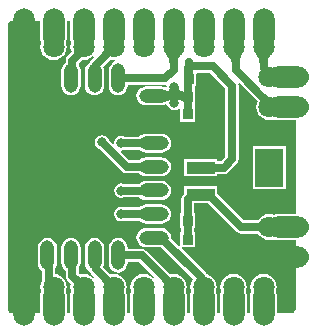
<source format=gtl>
G04*
G04 #@! TF.GenerationSoftware,Altium Limited,Altium Designer,22.1.2 (22)*
G04*
G04 Layer_Physical_Order=1*
G04 Layer_Color=255*
%FSLAX44Y44*%
%MOMM*%
G71*
G04*
G04 #@! TF.SameCoordinates,9297B7E3-83E3-42CA-A819-2C289E2C524A*
G04*
G04*
G04 #@! TF.FilePolarity,Positive*
G04*
G01*
G75*
%ADD22O,1.8000X3.5000*%
%ADD23O,2.5000X1.2000*%
%ADD24O,1.2000X2.5000*%
%ADD25O,3.5000X1.8000*%
%ADD26R,0.8500X0.8500*%
%ADD27R,2.4000X3.3000*%
%ADD28R,2.4000X1.0000*%
%ADD29C,0.7000*%
%ADD30C,1.5240*%
%ADD31C,1.8000*%
%ADD32C,0.8000*%
G36*
X95699Y226171D02*
X95640Y226098D01*
X95420Y225866D01*
X87878Y218276D01*
X81998Y222296D01*
X83161Y223509D01*
X84886Y225628D01*
X85447Y226535D01*
X85808Y227340D01*
X85968Y228044D01*
X85928Y228645D01*
X85687Y229145D01*
X85246Y229543D01*
X84604Y229840D01*
X95699Y226171D01*
D02*
G37*
G36*
X71857Y227006D02*
X72303Y227195D01*
X72481Y227144D01*
X72391Y226852D01*
X72034Y226320D01*
X71410Y225547D01*
X69357Y223279D01*
X64272Y218073D01*
X57847Y221546D01*
X59044Y222793D01*
X60788Y224932D01*
X61333Y225825D01*
X61662Y226598D01*
X61774Y227254D01*
X61669Y227792D01*
X61346Y228211D01*
X60807Y228512D01*
X60050Y228695D01*
X71857Y227006D01*
D02*
G37*
G36*
X225566Y228813D02*
X224975Y228522D01*
X224453Y228036D01*
X224002Y227357D01*
X223619Y226483D01*
X223306Y225415D01*
X223063Y224152D01*
X222889Y222696D01*
X222793Y221173D01*
X225550D01*
X225018Y220606D01*
X224542Y220004D01*
X224122Y219366D01*
X223758Y218693D01*
X223450Y217984D01*
X223198Y217240D01*
X223002Y216460D01*
X222862Y215645D01*
X222778Y214795D01*
X222750Y213909D01*
X215750D01*
X215722Y214795D01*
X215638Y215645D01*
X215498Y216460D01*
X215302Y217240D01*
X215050Y217984D01*
X214742Y218693D01*
X214378Y219366D01*
X213958Y220004D01*
X213482Y220606D01*
X212950Y221173D01*
X215704D01*
X215437Y224152D01*
X215194Y225415D01*
X214881Y226483D01*
X214499Y227357D01*
X214046Y228036D01*
X213525Y228522D01*
X212934Y228813D01*
X212274Y228910D01*
X226226D01*
X225566Y228813D01*
D02*
G37*
G36*
X149366Y228811D02*
X148775Y228520D01*
X148253Y228034D01*
X147802Y227355D01*
X147419Y226481D01*
X147106Y225413D01*
X146863Y224151D01*
X146689Y222694D01*
X146593Y221171D01*
X149350D01*
X148818Y220604D01*
X148342Y220002D01*
X147922Y219364D01*
X147558Y218691D01*
X147250Y217983D01*
X146998Y217239D01*
X146802Y216459D01*
X146662Y215644D01*
X146578Y214793D01*
X146550Y213907D01*
X139550D01*
X139522Y214793D01*
X139438Y215644D01*
X139298Y216459D01*
X139102Y217239D01*
X138850Y217983D01*
X138542Y218691D01*
X138178Y219364D01*
X137758Y220002D01*
X137282Y220604D01*
X136750Y221171D01*
X139504D01*
X139237Y224151D01*
X138994Y225413D01*
X138681Y226481D01*
X138299Y227355D01*
X137846Y228034D01*
X137325Y228520D01*
X136734Y228811D01*
X136074Y228908D01*
X150026D01*
X149366Y228811D01*
D02*
G37*
G36*
X201076Y222142D02*
X200730Y221460D01*
X200424Y220754D01*
X200160Y220023D01*
X199936Y219269D01*
X199752Y218491D01*
X199610Y217688D01*
X199508Y216861D01*
X199427Y215136D01*
X192427Y213313D01*
X192394Y214214D01*
X192298Y215060D01*
X192136Y215852D01*
X191911Y216591D01*
X191621Y217276D01*
X191266Y217907D01*
X190847Y218484D01*
X190364Y219007D01*
X189815Y219477D01*
X189203Y219893D01*
X201463Y222800D01*
X201076Y222142D01*
D02*
G37*
G36*
X159257Y210009D02*
X159509Y205764D01*
X159603Y205307D01*
X159711Y204981D01*
X159833Y204785D01*
X159970Y204720D01*
X151531D01*
X151667Y204785D01*
X151790Y204981D01*
X151897Y205307D01*
X151991Y205764D01*
X152070Y206352D01*
X152185Y207919D01*
X152250Y211250D01*
X159250D01*
X159257Y210009D01*
D02*
G37*
G36*
X222657Y211752D02*
X224284Y210389D01*
X224980Y209926D01*
X225595Y209607D01*
X226133Y209434D01*
X226590Y209406D01*
X226969Y209522D01*
X227269Y209785D01*
X227489Y210192D01*
X223173Y198751D01*
X222909Y199500D01*
X222561Y200282D01*
X222131Y201096D01*
X221616Y201942D01*
X220336Y203732D01*
X219571Y204676D01*
X216775Y207702D01*
X221725Y212652D01*
X222657Y211752D01*
D02*
G37*
G36*
X147320Y192990D02*
X147530Y192310D01*
X147880Y191710D01*
X148370Y191190D01*
X149000Y190750D01*
X149770Y190390D01*
X150680Y190110D01*
X151730Y189910D01*
X152920Y189790D01*
X154250Y189750D01*
X151131Y187670D01*
Y181381D01*
X151060Y181641D01*
X150850Y181873D01*
X150500Y182079D01*
X150010Y182257D01*
X149380Y182408D01*
X148610Y182531D01*
X147700Y182627D01*
X145460Y182736D01*
X144130Y182750D01*
Y183004D01*
X143750Y182750D01*
X142619Y182735D01*
X139713Y182512D01*
X138906Y182378D01*
X138179Y182215D01*
X137534Y182021D01*
X136969Y181798D01*
X136486Y181545D01*
X136083Y181263D01*
Y187862D01*
X133250Y189750D01*
X134580Y189790D01*
X135770Y189910D01*
X136083Y189970D01*
Y191238D01*
X136486Y190955D01*
X136969Y190702D01*
X137534Y190479D01*
X137769Y190408D01*
X138500Y190750D01*
X139130Y191190D01*
X139620Y191710D01*
X139970Y192310D01*
X140180Y192990D01*
X140250Y193750D01*
X147250D01*
X147320Y192990D01*
D02*
G37*
G36*
X221778Y187199D02*
X223992Y185379D01*
X224949Y184767D01*
X225807Y184353D01*
X226564Y184138D01*
X227222Y184121D01*
X227780Y184303D01*
X228238Y184682D01*
X228597Y185261D01*
X223173Y173351D01*
X222905Y174095D01*
X222535Y174891D01*
X222064Y175737D01*
X221493Y176634D01*
X220047Y178581D01*
X219172Y179631D01*
X215942Y183086D01*
X220522Y188406D01*
X221778Y187199D01*
D02*
G37*
G36*
X30355Y249666D02*
Y234500D01*
X30733Y231628D01*
X30973Y231050D01*
X30733Y230472D01*
X30355Y227600D01*
X30733Y224728D01*
X31841Y222052D01*
X33605Y219755D01*
X35903Y217992D01*
X38578Y216883D01*
X41450Y216505D01*
X44322Y216883D01*
X46997Y217992D01*
X49295Y219755D01*
X51058Y222052D01*
X52167Y224728D01*
X52545Y227600D01*
X52167Y230472D01*
X51927Y231050D01*
X52167Y231628D01*
X52545Y234500D01*
Y249666D01*
X55755D01*
Y234500D01*
X56133Y231628D01*
X56373Y231050D01*
X56133Y230472D01*
X55755Y227600D01*
X56133Y224728D01*
X56694Y223375D01*
X53241Y219922D01*
X52026Y218103D01*
X51599Y215957D01*
Y214265D01*
X50544Y213456D01*
X49262Y211784D01*
X48456Y209838D01*
X48181Y207750D01*
Y194750D01*
X48456Y192662D01*
X49262Y190716D01*
X50544Y189044D01*
X52215Y187762D01*
X54162Y186956D01*
X56250Y186681D01*
X58338Y186956D01*
X60285Y187762D01*
X61956Y189044D01*
X63238Y190716D01*
X64044Y192662D01*
X64319Y194750D01*
Y207750D01*
X64044Y209838D01*
X63238Y211784D01*
X62814Y212337D01*
Y213634D01*
X65821Y216641D01*
X66850Y216505D01*
X69722Y216883D01*
X72397Y217992D01*
X74629Y219704D01*
X75468Y218747D01*
X73241Y216520D01*
X72026Y214701D01*
X72000Y214573D01*
X70544Y213456D01*
X69262Y211784D01*
X68456Y209838D01*
X68181Y207750D01*
Y194750D01*
X68456Y192662D01*
X69262Y190716D01*
X70544Y189044D01*
X72215Y187762D01*
X74162Y186956D01*
X76250Y186681D01*
X78338Y186956D01*
X80285Y187762D01*
X81956Y189044D01*
X83238Y190716D01*
X84044Y192662D01*
X84319Y194750D01*
Y207750D01*
X84044Y209838D01*
X83569Y210986D01*
X89454Y216871D01*
X92250Y216503D01*
X93582Y216679D01*
X93914Y215441D01*
X92215Y214738D01*
X90544Y213456D01*
X89262Y211784D01*
X88456Y209838D01*
X88181Y207750D01*
Y194750D01*
X88456Y192662D01*
X89262Y190716D01*
X90544Y189044D01*
X92215Y187762D01*
X94162Y186956D01*
X96250Y186681D01*
X98338Y186956D01*
X100285Y187762D01*
X101956Y189044D01*
X103238Y190716D01*
X104044Y192662D01*
X104319Y194750D01*
Y195642D01*
X136250D01*
X136333Y195659D01*
X137441Y194694D01*
X137429Y194085D01*
X137418Y194043D01*
X136228Y193469D01*
X134838Y194044D01*
X132750Y194319D01*
X119750D01*
X117662Y194044D01*
X115716Y193238D01*
X114044Y191956D01*
X112762Y190285D01*
X111956Y188339D01*
X111681Y186250D01*
X111956Y184162D01*
X112762Y182215D01*
X114044Y180544D01*
X115716Y179262D01*
X117662Y178456D01*
X119750Y178181D01*
X132750D01*
X134838Y178456D01*
X136507Y179147D01*
X137419Y178857D01*
X137924Y178535D01*
X138098Y177659D01*
X139424Y175674D01*
X141409Y174348D01*
X143750Y173883D01*
X146091Y174348D01*
X147630Y175376D01*
X148900Y174796D01*
Y164350D01*
X161400D01*
Y176850D01*
X161058D01*
Y179350D01*
X161600D01*
Y191850D01*
X161058D01*
Y194250D01*
X162000D01*
Y204589D01*
X162006Y204612D01*
X162516Y205294D01*
X162824Y205642D01*
X173927D01*
X186892Y192677D01*
Y134823D01*
X183277Y131208D01*
X180150D01*
Y132600D01*
X152150D01*
Y118600D01*
X180150D01*
Y119992D01*
X185600D01*
X187746Y120419D01*
X189565Y121635D01*
X196465Y128535D01*
X197681Y130354D01*
X198108Y132500D01*
Y195000D01*
X197824Y196427D01*
X198994Y197053D01*
X214366Y181682D01*
X213533Y179672D01*
X213155Y176800D01*
X213533Y173928D01*
X214641Y171252D01*
X216405Y168955D01*
X218703Y167192D01*
X221378Y166083D01*
X224250Y165705D01*
X227122Y166083D01*
X227875Y166395D01*
X228628Y166083D01*
X231500Y165705D01*
X246416D01*
Y86295D01*
X231500D01*
X228628Y85917D01*
X227875Y85605D01*
X227122Y85917D01*
X224250Y86295D01*
X221378Y85917D01*
X218703Y84809D01*
X216405Y83045D01*
X214688Y80808D01*
X202873D01*
X180150Y103531D01*
Y109600D01*
X152150D01*
Y103531D01*
X151185Y102565D01*
X149969Y100746D01*
X149542Y98600D01*
Y86850D01*
X148900D01*
Y74350D01*
X149542D01*
Y70850D01*
X148900D01*
Y59827D01*
X147630Y59301D01*
X140803Y66128D01*
X140819Y66250D01*
X140544Y68338D01*
X139738Y70285D01*
X138456Y71956D01*
X136784Y73238D01*
X134838Y74044D01*
X132750Y74319D01*
X119750D01*
X117662Y74044D01*
X115716Y73238D01*
X114044Y71956D01*
X112762Y70285D01*
X111956Y68338D01*
X111681Y66250D01*
X111956Y64162D01*
X112762Y62215D01*
X114044Y60544D01*
X115716Y59262D01*
X117662Y58456D01*
X119750Y58181D01*
X132750D01*
X132872Y58197D01*
X159832Y31238D01*
X158841Y29948D01*
X157733Y27272D01*
X157355Y24400D01*
X157733Y21528D01*
X157973Y20950D01*
X157733Y20372D01*
X157355Y17500D01*
Y2334D01*
X154145D01*
Y17500D01*
X153767Y20372D01*
X153527Y20950D01*
X153767Y21528D01*
X154145Y24400D01*
X153767Y27272D01*
X152659Y29948D01*
X150895Y32245D01*
X148597Y34009D01*
X145922Y35117D01*
X143050Y35495D01*
X140254Y35127D01*
X120165Y55215D01*
X118346Y56431D01*
X116200Y56858D01*
X104319D01*
Y57750D01*
X104044Y59838D01*
X103238Y61785D01*
X101956Y63456D01*
X100285Y64738D01*
X98338Y65544D01*
X96250Y65819D01*
X94162Y65544D01*
X92215Y64738D01*
X90544Y63456D01*
X89262Y61785D01*
X88456Y59838D01*
X88181Y57750D01*
Y44750D01*
X88456Y42662D01*
X89262Y40715D01*
X90544Y39044D01*
X92215Y37762D01*
X94162Y36956D01*
X96250Y36681D01*
X98338Y36956D01*
X100285Y37762D01*
X101956Y39044D01*
X103238Y40715D01*
X104044Y42662D01*
X104319Y44750D01*
Y45642D01*
X113877D01*
X126261Y33259D01*
X125422Y32302D01*
X123197Y34009D01*
X120522Y35117D01*
X117650Y35495D01*
X114778Y35117D01*
X112102Y34009D01*
X109805Y32245D01*
X108041Y29948D01*
X106933Y27272D01*
X106555Y24400D01*
X106933Y21528D01*
X107173Y20950D01*
X106933Y20372D01*
X106555Y17500D01*
Y2334D01*
X103345D01*
Y17500D01*
X102967Y20372D01*
X102727Y20950D01*
X102967Y21528D01*
X103345Y24400D01*
X102967Y27272D01*
X101859Y29948D01*
X100095Y32245D01*
X97797Y34009D01*
X95122Y35117D01*
X92250Y35495D01*
X89454Y35127D01*
X83422Y41159D01*
X84044Y42662D01*
X84319Y44750D01*
Y57750D01*
X84044Y59838D01*
X83238Y61785D01*
X81956Y63456D01*
X80285Y64738D01*
X78338Y65544D01*
X76250Y65819D01*
X74162Y65544D01*
X72215Y64738D01*
X70544Y63456D01*
X69262Y61785D01*
X68456Y59838D01*
X68181Y57750D01*
Y44750D01*
X68456Y42662D01*
X69262Y40715D01*
X70544Y39044D01*
X71883Y38017D01*
X72026Y37297D01*
X73241Y35478D01*
X75461Y33259D01*
X74622Y32302D01*
X72397Y34009D01*
X69722Y35117D01*
X66850Y35495D01*
X64054Y35127D01*
X62814Y36366D01*
Y40163D01*
X63238Y40715D01*
X64044Y42662D01*
X64319Y44750D01*
Y57750D01*
X64044Y59838D01*
X63238Y61785D01*
X61956Y63456D01*
X60285Y64738D01*
X58338Y65544D01*
X56250Y65819D01*
X54162Y65544D01*
X52215Y64738D01*
X50544Y63456D01*
X49262Y61785D01*
X48456Y59838D01*
X48181Y57750D01*
Y44750D01*
X48456Y42662D01*
X49262Y40715D01*
X50544Y39044D01*
X51599Y38235D01*
Y34043D01*
X52026Y31897D01*
X53241Y30078D01*
X56123Y27196D01*
X55755Y24400D01*
X56133Y21528D01*
X56373Y20950D01*
X56133Y20372D01*
X55755Y17500D01*
Y2334D01*
X52545D01*
Y17500D01*
X52167Y20372D01*
X51927Y20950D01*
X52167Y21528D01*
X52545Y24400D01*
X52167Y27272D01*
X51059Y29948D01*
X49295Y32245D01*
X46997Y34009D01*
X44322Y35117D01*
X42814Y35315D01*
Y40163D01*
X43238Y40715D01*
X44044Y42662D01*
X44319Y44750D01*
Y57750D01*
X44044Y59838D01*
X43238Y61785D01*
X41956Y63456D01*
X40285Y64738D01*
X38338Y65544D01*
X36250Y65819D01*
X34162Y65544D01*
X32215Y64738D01*
X30544Y63456D01*
X29262Y61785D01*
X28456Y59838D01*
X28181Y57750D01*
Y44750D01*
X28456Y42662D01*
X29262Y40715D01*
X30544Y39044D01*
X31599Y38235D01*
Y31620D01*
X31913Y30041D01*
X31841Y29948D01*
X30733Y27272D01*
X30355Y24400D01*
X30733Y21528D01*
X30973Y20950D01*
X30733Y20372D01*
X30355Y17500D01*
Y2334D01*
X6250D01*
X6231Y2330D01*
X4844Y2606D01*
X3652Y3402D01*
X2856Y4594D01*
X2580Y5981D01*
X2584Y6000D01*
Y246000D01*
X2580Y246019D01*
X2856Y247406D01*
X3652Y248598D01*
X4844Y249394D01*
X5074Y249440D01*
X6250Y249666D01*
Y249666D01*
X6250Y249666D01*
X30355D01*
D02*
G37*
G36*
X225910Y68224D02*
X225813Y68884D01*
X225522Y69475D01*
X225036Y69997D01*
X224357Y70448D01*
X223483Y70831D01*
X222415Y71144D01*
X221152Y71387D01*
X219696Y71561D01*
X218045Y71665D01*
X216200Y71700D01*
Y78700D01*
X218045Y78735D01*
X221152Y79013D01*
X222415Y79256D01*
X223483Y79569D01*
X224357Y79952D01*
X225036Y80403D01*
X225522Y80925D01*
X225813Y81516D01*
X225910Y82176D01*
Y68224D01*
D02*
G37*
G36*
X146499Y25827D02*
X135404Y22159D01*
X136046Y22455D01*
X136487Y22853D01*
X136728Y23353D01*
X136768Y23955D01*
X136608Y24658D01*
X136247Y25463D01*
X135686Y26370D01*
X134924Y27379D01*
X133961Y28490D01*
X132798Y29702D01*
X138678Y33722D01*
X146499Y25827D01*
D02*
G37*
G36*
X95699D02*
X84604Y22159D01*
X85246Y22455D01*
X85687Y22853D01*
X85928Y23353D01*
X85968Y23955D01*
X85808Y24658D01*
X85447Y25463D01*
X84886Y26370D01*
X84124Y27379D01*
X83161Y28490D01*
X81998Y29702D01*
X87878Y33722D01*
X95699Y25827D01*
D02*
G37*
G36*
X70299D02*
X59204Y22159D01*
X59846Y22455D01*
X60287Y22853D01*
X60528Y23353D01*
X60568Y23955D01*
X60408Y24658D01*
X60047Y25463D01*
X59486Y26370D01*
X58724Y27379D01*
X57761Y28490D01*
X56598Y29702D01*
X62478Y33722D01*
X70299Y25827D01*
D02*
G37*
G36*
X196585Y71235D02*
X198404Y70019D01*
X200550Y69592D01*
X214688D01*
X216405Y67355D01*
X218703Y65592D01*
X221378Y64483D01*
X224250Y64105D01*
X227122Y64483D01*
X227875Y64795D01*
X228628Y64483D01*
X231500Y64105D01*
X246416D01*
Y6000D01*
X246420Y5981D01*
X246144Y4594D01*
X245348Y3402D01*
X244156Y2606D01*
X243920Y2559D01*
X242750Y2334D01*
X242750D01*
X242675Y2334D01*
X241495Y2334D01*
X230345D01*
Y17500D01*
X229967Y20372D01*
X229727Y20950D01*
X229967Y21528D01*
X230345Y24400D01*
X229967Y27272D01*
X228859Y29948D01*
X227095Y32245D01*
X224797Y34009D01*
X222122Y35117D01*
X219250Y35495D01*
X216378Y35117D01*
X213703Y34009D01*
X211405Y32245D01*
X209641Y29948D01*
X208533Y27272D01*
X208155Y24400D01*
X208533Y21528D01*
X208773Y20950D01*
X208533Y20372D01*
X208155Y17500D01*
Y2334D01*
X204945D01*
Y17500D01*
X204567Y20372D01*
X204327Y20950D01*
X204567Y21528D01*
X204945Y24400D01*
X204567Y27272D01*
X203458Y29948D01*
X201695Y32245D01*
X199398Y34009D01*
X196722Y35117D01*
X193850Y35495D01*
X190978Y35117D01*
X188302Y34009D01*
X186005Y32245D01*
X184242Y29948D01*
X183133Y27272D01*
X182755Y24400D01*
X183133Y21528D01*
X183373Y20950D01*
X183133Y20372D01*
X182755Y17500D01*
Y2334D01*
X179545D01*
Y17500D01*
X179167Y20372D01*
X178927Y20950D01*
X179167Y21528D01*
X179545Y24400D01*
X179167Y27272D01*
X178058Y29948D01*
X176295Y32245D01*
X173997Y34009D01*
X171322Y35117D01*
X171314Y35118D01*
X170310Y36620D01*
X149851Y57080D01*
X150377Y58350D01*
X161400D01*
Y70850D01*
X160758D01*
Y74350D01*
X161400D01*
Y86850D01*
X160758D01*
Y95600D01*
X172219D01*
X196585Y71235D01*
D02*
G37*
%LPC*%
G36*
X132750Y154319D02*
X119750D01*
X117662Y154044D01*
X115716Y153238D01*
X114044Y151956D01*
X113969Y151858D01*
X101157D01*
X101091Y151902D01*
X98750Y152368D01*
X96409Y151902D01*
X94424Y150576D01*
X93098Y148591D01*
X92690Y146537D01*
X91500Y145931D01*
X88167Y149263D01*
X88152Y149341D01*
X86826Y151326D01*
X84841Y152652D01*
X82500Y153118D01*
X80159Y152652D01*
X78174Y151326D01*
X76848Y149341D01*
X76382Y147000D01*
X76848Y144659D01*
X78174Y142674D01*
X80159Y141348D01*
X80237Y141333D01*
X99285Y122285D01*
X101104Y121069D01*
X103250Y120642D01*
X113969D01*
X114044Y120544D01*
X115716Y119262D01*
X117662Y118456D01*
X119750Y118181D01*
X132750D01*
X134838Y118456D01*
X136784Y119262D01*
X138456Y120544D01*
X139738Y122215D01*
X140544Y124162D01*
X140819Y126250D01*
X140544Y128338D01*
X139738Y130285D01*
X138456Y131956D01*
X136784Y133238D01*
X134838Y134044D01*
X132750Y134319D01*
X119750D01*
X117662Y134044D01*
X115716Y133238D01*
X114044Y131956D01*
X113969Y131858D01*
X105573D01*
X98431Y139000D01*
X99037Y140190D01*
X101091Y140598D01*
X101157Y140642D01*
X113969D01*
X114044Y140544D01*
X115716Y139262D01*
X117662Y138456D01*
X119750Y138181D01*
X132750D01*
X134838Y138456D01*
X136784Y139262D01*
X138456Y140544D01*
X139738Y142215D01*
X140544Y144162D01*
X140819Y146250D01*
X140544Y148338D01*
X139738Y150285D01*
X138456Y151956D01*
X136784Y153238D01*
X134838Y154044D01*
X132750Y154319D01*
D02*
G37*
G36*
Y114319D02*
X119750D01*
X117662Y114044D01*
X115716Y113238D01*
X114044Y111956D01*
X113873Y111733D01*
X100684D01*
X98750Y112118D01*
X96409Y111652D01*
X94424Y110326D01*
X93098Y108341D01*
X92633Y106000D01*
X93098Y103659D01*
X94424Y101674D01*
X96409Y100348D01*
X98750Y99882D01*
X101091Y100348D01*
X101344Y100517D01*
X114080D01*
X115716Y99262D01*
X117662Y98456D01*
X119750Y98181D01*
X132750D01*
X134838Y98456D01*
X136784Y99262D01*
X138456Y100544D01*
X139738Y102215D01*
X140544Y104162D01*
X140819Y106250D01*
X140544Y108338D01*
X139738Y110285D01*
X138456Y111956D01*
X136784Y113238D01*
X134838Y114044D01*
X132750Y114319D01*
D02*
G37*
G36*
X238150Y144100D02*
X210150D01*
Y107100D01*
X238150D01*
Y144100D01*
D02*
G37*
G36*
X132750Y94319D02*
X119750D01*
X117662Y94044D01*
X115716Y93238D01*
X114044Y91956D01*
X113969Y91858D01*
X101157D01*
X101091Y91902D01*
X98750Y92367D01*
X96409Y91902D01*
X94424Y90576D01*
X93098Y88591D01*
X92633Y86250D01*
X93098Y83909D01*
X94424Y81924D01*
X96409Y80598D01*
X98750Y80133D01*
X101091Y80598D01*
X101157Y80642D01*
X113969D01*
X114044Y80544D01*
X115716Y79262D01*
X117662Y78456D01*
X119750Y78181D01*
X132750D01*
X134838Y78456D01*
X136784Y79262D01*
X138456Y80544D01*
X139738Y82215D01*
X140544Y84162D01*
X140819Y86250D01*
X140544Y88338D01*
X139738Y90285D01*
X138456Y91956D01*
X136784Y93238D01*
X134838Y94044D01*
X132750Y94319D01*
D02*
G37*
%LPD*%
D22*
X168450Y243000D02*
D03*
X143050Y242998D02*
D03*
X92250D02*
D03*
X117650D02*
D03*
X168450Y9000D02*
D03*
X92250D02*
D03*
X66850D02*
D03*
X143050D02*
D03*
X117650D02*
D03*
X41450D02*
D03*
X16050D02*
D03*
X219250D02*
D03*
X193850D02*
D03*
X219250Y243000D02*
D03*
X193850D02*
D03*
X41450D02*
D03*
X66850D02*
D03*
X16050D02*
D03*
D23*
X126250Y186250D02*
D03*
Y166250D02*
D03*
Y66250D02*
D03*
Y106250D02*
D03*
Y86250D02*
D03*
Y146250D02*
D03*
Y126250D02*
D03*
D24*
X96250Y201250D02*
D03*
X56250D02*
D03*
X76250D02*
D03*
X16250D02*
D03*
X36250D02*
D03*
X96250Y51250D02*
D03*
X56250D02*
D03*
X76250D02*
D03*
X16250D02*
D03*
X36250D02*
D03*
D25*
X240000Y176800D02*
D03*
Y49800D02*
D03*
Y75200D02*
D03*
Y202200D02*
D03*
D26*
X169150Y64600D02*
D03*
X155150D02*
D03*
X169150Y80600D02*
D03*
X155150D02*
D03*
X169350Y185600D02*
D03*
X155350D02*
D03*
X169150Y170600D02*
D03*
X155150D02*
D03*
X169750Y200500D02*
D03*
X155750D02*
D03*
D27*
X224150Y125600D02*
D03*
D28*
X166150Y102600D02*
D03*
Y125600D02*
D03*
Y148600D02*
D03*
D29*
X143750Y186250D02*
X154700D01*
X126250D02*
X143750D01*
Y193750D01*
Y180000D02*
Y186250D01*
X154700D02*
X155350Y185600D01*
X155450Y170900D02*
Y200200D01*
X136250Y201250D02*
X143050Y208050D01*
Y227598D01*
X96250Y201250D02*
X136250D01*
X224250Y202200D02*
Y205177D01*
X219250Y210177D02*
Y227600D01*
X64750Y166250D02*
X134103D01*
X36250Y194750D02*
X64750Y166250D01*
X82500Y147000D02*
X103250Y126250D01*
X126250D01*
X183750Y113750D02*
X192309Y105191D01*
X147500Y117851D02*
Y147347D01*
X151601Y113750D02*
X183750D01*
X147500Y117851D02*
X151601Y113750D01*
X168500Y158750D02*
X169150Y159400D01*
X169750Y170600D02*
Y200500D01*
X169150Y159400D02*
Y170600D01*
Y150100D02*
Y159400D01*
X166150Y148600D02*
X167650D01*
X169150Y150100D01*
X141603Y158750D02*
X168500D01*
X134103Y166250D02*
X141603Y158750D01*
X148753Y148600D02*
X166150D01*
X6020Y60000D02*
Y183167D01*
X18125Y200815D02*
X18560Y201250D01*
X16250Y197500D02*
X18125Y199375D01*
X16250Y193397D02*
Y197500D01*
X18560Y201250D02*
X36250D01*
X18125Y199375D02*
Y200815D01*
X36250Y194750D02*
Y201250D01*
X6020Y183167D02*
X16250Y193397D01*
X16150Y24500D02*
Y56497D01*
X7313Y58707D02*
X13940D01*
X6020Y60000D02*
X7313Y58707D01*
X13940D02*
X16150Y56497D01*
X76250Y201250D02*
X77207Y202207D01*
Y212555D01*
X92250Y227598D01*
X155750Y200500D02*
Y211250D01*
X176250D02*
X192500Y195000D01*
X155750Y211250D02*
X176250D01*
X155750D02*
Y214898D01*
X192500Y132500D02*
Y195000D01*
X224250Y176800D02*
Y179728D01*
X195927Y208051D02*
X224250Y179728D01*
X195927Y208051D02*
Y225523D01*
X193850Y227600D02*
X195927Y225523D01*
X219250Y210177D02*
X224250Y205177D01*
X185600Y125600D02*
X192500Y132500D01*
X147500Y147347D02*
X148753Y148600D01*
X192309Y100191D02*
Y105191D01*
Y100191D02*
X192500Y100000D01*
X173150Y102600D02*
X200550Y75200D01*
X166150Y102600D02*
X173150D01*
X159150D02*
X166150D01*
X169900Y79850D02*
X178900D01*
X183750Y75000D01*
X169150Y80600D02*
X169900Y79850D01*
X166150Y125600D02*
X185600D01*
X98875Y106125D02*
X126125D01*
X98750Y106000D02*
X98875Y106125D01*
X98750Y146250D02*
X98750Y146250D01*
X126250D01*
X126125Y106125D02*
X126250Y106250D01*
X200550Y75200D02*
X224250D01*
X155150Y170600D02*
X155450Y170900D01*
X169150Y64600D02*
X183950Y49800D01*
X224250D01*
X169150Y64600D02*
Y80600D01*
X155150D02*
Y98600D01*
X159150Y102600D01*
X155150Y64600D02*
Y80600D01*
X98750Y86250D02*
X126250D01*
X98750Y86250D02*
X98750Y86250D01*
X66850Y225600D02*
Y227600D01*
X57207Y215957D02*
X66850Y225600D01*
X56250Y201250D02*
X57207Y202207D01*
Y215957D01*
X16150Y201350D02*
Y227500D01*
Y201350D02*
X16250Y201250D01*
X16050Y227600D02*
X16150Y227500D01*
X132750Y66250D02*
X166345Y32655D01*
Y26505D02*
Y32655D01*
Y26505D02*
X168450Y24400D01*
X126250Y66250D02*
X132750D01*
X116200Y51250D02*
X143050Y24400D01*
X96250Y51250D02*
X116200D01*
X77207Y39443D02*
X92250Y24400D01*
X76250Y51250D02*
X77207Y50293D01*
Y39443D02*
Y50293D01*
X57207Y34043D02*
X66850Y24400D01*
X56250Y51250D02*
X57207Y50293D01*
Y34043D02*
Y50293D01*
X37207Y31620D02*
Y50293D01*
X36250Y51250D02*
X37207Y50293D01*
Y31620D02*
X41450Y27377D01*
Y24400D02*
Y27377D01*
X16050Y24400D02*
X16150Y24500D01*
D30*
X168450Y253000D02*
D03*
X92250Y252998D02*
D03*
X117650D02*
D03*
X143050D02*
D03*
X250000Y176800D02*
D03*
Y49800D02*
D03*
Y75200D02*
D03*
Y202200D02*
D03*
X219250Y-1000D02*
D03*
X168450D02*
D03*
X143050D02*
D03*
X117650D02*
D03*
X193850D02*
D03*
X16050D02*
D03*
X41450D02*
D03*
X66850D02*
D03*
X92250D02*
D03*
X219250Y253000D02*
D03*
X193850D02*
D03*
X41450D02*
D03*
X66850D02*
D03*
X16050D02*
D03*
D31*
X168450Y227600D02*
D03*
X193850D02*
D03*
X219250D02*
D03*
X92250Y227598D02*
D03*
X117650D02*
D03*
X143050D02*
D03*
X224250Y176800D02*
D03*
Y202200D02*
D03*
X219250Y24400D02*
D03*
X193850D02*
D03*
X168450D02*
D03*
X143050D02*
D03*
X117650D02*
D03*
X92250D02*
D03*
X66850D02*
D03*
X41450D02*
D03*
X16050D02*
D03*
X224250Y49800D02*
D03*
Y75200D02*
D03*
X66850Y227600D02*
D03*
X41450D02*
D03*
X16050D02*
D03*
D32*
X143750Y193750D02*
D03*
Y180000D02*
D03*
X181250Y185000D02*
D03*
X106250Y175000D02*
D03*
X236250Y155000D02*
D03*
Y95000D02*
D03*
X226250Y155000D02*
D03*
X201250Y125000D02*
D03*
X146250Y135000D02*
D03*
X106250Y35000D02*
D03*
X96250Y175000D02*
D03*
X86250D02*
D03*
X76250D02*
D03*
X81250Y165000D02*
D03*
X76250Y155000D02*
D03*
Y135000D02*
D03*
X81250Y125000D02*
D03*
X76250Y115000D02*
D03*
X66250Y175000D02*
D03*
X71250Y165000D02*
D03*
X66250Y155000D02*
D03*
X71250Y145000D02*
D03*
X66250Y135000D02*
D03*
X71250Y125000D02*
D03*
X66250Y115000D02*
D03*
X71250Y105000D02*
D03*
X66250Y95000D02*
D03*
X71250Y85000D02*
D03*
X66250Y75000D02*
D03*
X56250Y175000D02*
D03*
X61250Y165000D02*
D03*
X56250Y155000D02*
D03*
X61250Y145000D02*
D03*
X56250Y135000D02*
D03*
X61250Y125000D02*
D03*
X56250Y115000D02*
D03*
X61250Y105000D02*
D03*
X56250Y95000D02*
D03*
X61250Y85000D02*
D03*
X56250Y75000D02*
D03*
X51250Y165000D02*
D03*
Y145000D02*
D03*
Y125000D02*
D03*
Y105000D02*
D03*
Y85000D02*
D03*
X26250Y175000D02*
D03*
X31250Y165000D02*
D03*
X26250Y155000D02*
D03*
X31250Y145000D02*
D03*
X26250Y135000D02*
D03*
X31250Y125000D02*
D03*
X26250Y115000D02*
D03*
X31250Y105000D02*
D03*
X26250Y95000D02*
D03*
X31250Y85000D02*
D03*
X26250Y75000D02*
D03*
X16250Y175000D02*
D03*
X21250Y165000D02*
D03*
X16250Y155000D02*
D03*
X21250Y145000D02*
D03*
X16250Y135000D02*
D03*
X21250Y125000D02*
D03*
X16250Y115000D02*
D03*
X21250Y105000D02*
D03*
X16250Y95000D02*
D03*
X21250Y85000D02*
D03*
X16250Y75000D02*
D03*
X192500Y100000D02*
D03*
X183750Y75000D02*
D03*
X82500Y147000D02*
D03*
X98750Y106000D02*
D03*
Y146250D02*
D03*
X98750Y86250D02*
D03*
M02*

</source>
